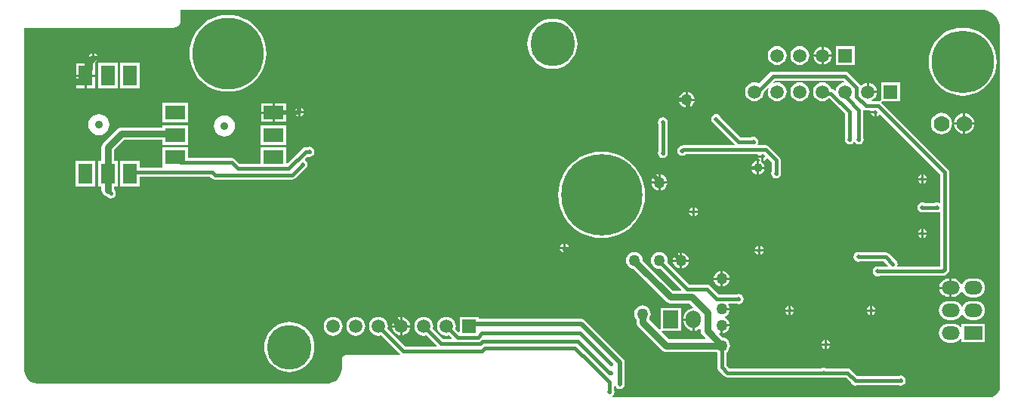
<source format=gbl>
G04*
G04 #@! TF.GenerationSoftware,Altium Limited,Altium Designer,21.0.9 (235)*
G04*
G04 Layer_Physical_Order=2*
G04 Layer_Color=16711680*
%FSLAX25Y25*%
%MOIN*%
G70*
G04*
G04 #@! TF.SameCoordinates,B8C923A0-899F-4986-8B49-ABE338B4BB89*
G04*
G04*
G04 #@! TF.FilePolarity,Positive*
G04*
G01*
G75*
%ADD55C,0.01968*%
%ADD56C,0.01575*%
%ADD58C,0.03150*%
%ADD62C,0.03445*%
%ADD63O,0.07874X0.05906*%
%ADD64R,0.07874X0.05906*%
%ADD65C,0.07000*%
%ADD66C,0.05906*%
%ADD67R,0.05906X0.05906*%
%ADD68O,0.06693X0.07874*%
%ADD69R,0.06693X0.07874*%
%ADD70C,0.01968*%
%ADD71C,0.05000*%
%ADD72C,0.03937*%
%ADD73C,0.35827*%
%ADD74C,0.31496*%
%ADD75C,0.19685*%
%ADD76C,0.27559*%
%ADD77R,0.06299X0.09055*%
%ADD78R,0.09055X0.06299*%
G36*
X599121Y414649D02*
X600680Y414176D01*
X602116Y413409D01*
X603375Y412375D01*
X604409Y411116D01*
X605176Y409680D01*
X605649Y408121D01*
X605801Y406577D01*
X605786Y406500D01*
Y400500D01*
X605786Y247735D01*
X605785Y247734D01*
X605785D01*
X605707Y247142D01*
X605234Y246000D01*
X604481Y245019D01*
X603500Y244266D01*
X602358Y243793D01*
X601132Y243632D01*
X600498Y243715D01*
X600498Y243715D01*
X600494Y243715D01*
X600020Y243714D01*
X434876D01*
X434725Y244214D01*
X435061Y244439D01*
X435540Y245155D01*
X435708Y246000D01*
X435540Y246845D01*
X435507Y246894D01*
Y248502D01*
X435720Y248574D01*
X436007Y248585D01*
X436439Y247939D01*
X437155Y247460D01*
X438000Y247292D01*
X438845Y247460D01*
X439561Y247939D01*
X440040Y248655D01*
X440208Y249500D01*
Y259000D01*
X440040Y259845D01*
X439561Y260561D01*
X422561Y277561D01*
X421845Y278040D01*
X421000Y278208D01*
X375634D01*
Y279134D01*
X367366D01*
Y272679D01*
X366866Y272472D01*
X365495Y273843D01*
X365527Y273921D01*
X365669Y275000D01*
X365527Y276079D01*
X365111Y277085D01*
X364448Y277948D01*
X363585Y278611D01*
X362579Y279027D01*
X361500Y279170D01*
X360421Y279027D01*
X359415Y278611D01*
X358552Y277948D01*
X357889Y277085D01*
X357473Y276079D01*
X357330Y275000D01*
X357473Y273921D01*
X357889Y272915D01*
X358552Y272052D01*
X359415Y271389D01*
X360421Y270973D01*
X361500Y270830D01*
X362579Y270973D01*
X362657Y271005D01*
X363870Y269792D01*
X363678Y269330D01*
X360009D01*
X355495Y273843D01*
X355527Y273921D01*
X355669Y275000D01*
X355527Y276079D01*
X355111Y277085D01*
X354448Y277948D01*
X353585Y278611D01*
X352579Y279027D01*
X351500Y279170D01*
X350421Y279027D01*
X349415Y278611D01*
X348552Y277948D01*
X347889Y277085D01*
X347473Y276079D01*
X347330Y275000D01*
X347473Y273921D01*
X347889Y272915D01*
X348552Y272052D01*
X349415Y271389D01*
X350421Y270973D01*
X351500Y270830D01*
X352579Y270973D01*
X352657Y271005D01*
X357193Y266469D01*
X357001Y266007D01*
X343331D01*
X335495Y273843D01*
X335527Y273921D01*
X335669Y275000D01*
X335527Y276079D01*
X335111Y277085D01*
X334448Y277948D01*
X333585Y278611D01*
X332579Y279027D01*
X331500Y279170D01*
X330421Y279027D01*
X329415Y278611D01*
X328552Y277948D01*
X327889Y277085D01*
X327473Y276079D01*
X327330Y275000D01*
X327473Y273921D01*
X327889Y272915D01*
X328552Y272052D01*
X329415Y271389D01*
X330421Y270973D01*
X331500Y270830D01*
X332579Y270973D01*
X332657Y271005D01*
X340948Y262714D01*
X340759Y262214D01*
X317000D01*
X316344Y262084D01*
X315788Y261712D01*
X315416Y261156D01*
X315286Y260500D01*
Y256500D01*
X315297Y256447D01*
X315171Y255173D01*
X314784Y253897D01*
X314155Y252721D01*
X313310Y251691D01*
X312279Y250845D01*
X311103Y250216D01*
X309827Y249829D01*
X308553Y249704D01*
X308500Y249714D01*
X181000D01*
X180901Y249694D01*
X179494Y249880D01*
X178091Y250461D01*
X176886Y251386D01*
X175961Y252591D01*
X175380Y253994D01*
X175194Y255401D01*
X175214Y255500D01*
Y259500D01*
Y401757D01*
Y406786D01*
X241000D01*
X241082Y406802D01*
X241830Y406901D01*
X242604Y407221D01*
X243269Y407731D01*
X243779Y408396D01*
X244099Y409170D01*
X244198Y409918D01*
X244214Y410000D01*
Y414786D01*
X594965Y414786D01*
X597500D01*
X597577Y414801D01*
X599121Y414649D01*
D02*
G37*
%LPC*%
G36*
X528000Y398421D02*
Y395000D01*
X531421D01*
X531351Y395532D01*
X530953Y396493D01*
X530319Y397319D01*
X529493Y397953D01*
X528532Y398351D01*
X528000Y398421D01*
D02*
G37*
G36*
X527000D02*
X526468Y398351D01*
X525507Y397953D01*
X524681Y397319D01*
X524047Y396493D01*
X523649Y395532D01*
X523579Y395000D01*
X527000D01*
Y398421D01*
D02*
G37*
G36*
X206000Y395424D02*
Y394000D01*
X207424D01*
X207369Y394274D01*
X206931Y394931D01*
X206274Y395369D01*
X206000Y395424D01*
D02*
G37*
G36*
X205000D02*
X204726Y395369D01*
X204069Y394931D01*
X203631Y394274D01*
X203576Y394000D01*
X205000D01*
Y395424D01*
D02*
G37*
G36*
X531421Y394000D02*
X528000D01*
Y390579D01*
X528532Y390649D01*
X529493Y391047D01*
X530319Y391681D01*
X530953Y392507D01*
X531351Y393468D01*
X531421Y394000D01*
D02*
G37*
G36*
X527000D02*
X523579D01*
X523649Y393468D01*
X524047Y392507D01*
X524681Y391681D01*
X525507Y391047D01*
X526468Y390649D01*
X527000Y390579D01*
Y394000D01*
D02*
G37*
G36*
X541634Y398634D02*
X533366D01*
Y390366D01*
X541634D01*
Y398634D01*
D02*
G37*
G36*
X517500Y398670D02*
X516421Y398527D01*
X515415Y398111D01*
X514552Y397448D01*
X513889Y396585D01*
X513473Y395579D01*
X513331Y394500D01*
X513473Y393421D01*
X513889Y392415D01*
X514552Y391552D01*
X515415Y390889D01*
X516421Y390473D01*
X517500Y390331D01*
X518579Y390473D01*
X519585Y390889D01*
X520448Y391552D01*
X521111Y392415D01*
X521527Y393421D01*
X521669Y394500D01*
X521527Y395579D01*
X521111Y396585D01*
X520448Y397448D01*
X519585Y398111D01*
X518579Y398527D01*
X517500Y398670D01*
D02*
G37*
G36*
X507500D02*
X506421Y398527D01*
X505415Y398111D01*
X504552Y397448D01*
X503889Y396585D01*
X503473Y395579D01*
X503331Y394500D01*
X503473Y393421D01*
X503889Y392415D01*
X504552Y391552D01*
X505415Y390889D01*
X506421Y390473D01*
X507500Y390331D01*
X508579Y390473D01*
X509585Y390889D01*
X510448Y391552D01*
X511111Y392415D01*
X511527Y393421D01*
X511669Y394500D01*
X511527Y395579D01*
X511111Y396585D01*
X510448Y397448D01*
X509585Y398111D01*
X508579Y398527D01*
X507500Y398670D01*
D02*
G37*
G36*
X408284Y410747D02*
X406554Y410610D01*
X404866Y410206D01*
X403263Y409542D01*
X401784Y408635D01*
X400464Y407508D01*
X399338Y406188D01*
X398431Y404709D01*
X397767Y403106D01*
X397362Y401419D01*
X397226Y399689D01*
X397362Y397959D01*
X397767Y396272D01*
X398431Y394669D01*
X399338Y393189D01*
X400464Y391870D01*
X401784Y390743D01*
X403263Y389837D01*
X404866Y389173D01*
X406554Y388767D01*
X408284Y388631D01*
X410013Y388767D01*
X411700Y389173D01*
X413304Y389837D01*
X414783Y390743D01*
X416102Y391870D01*
X417229Y393189D01*
X418136Y394669D01*
X418800Y396272D01*
X419205Y397959D01*
X419341Y399689D01*
X419205Y401419D01*
X418800Y403106D01*
X418136Y404709D01*
X417229Y406188D01*
X416102Y407508D01*
X414783Y408635D01*
X413304Y409542D01*
X411700Y410206D01*
X410013Y410610D01*
X408284Y410747D01*
D02*
G37*
G36*
X207424Y393000D02*
X203576D01*
X203631Y392726D01*
X204069Y392069D01*
X204651Y391681D01*
X204630Y391360D01*
X204568Y391181D01*
X202658D01*
Y386154D01*
X206307D01*
Y391128D01*
X206307Y391181D01*
X206333Y391670D01*
X206931Y392069D01*
X207369Y392726D01*
X207424Y393000D01*
D02*
G37*
G36*
X201658Y391181D02*
X198008D01*
Y386154D01*
X201658D01*
Y391181D01*
D02*
G37*
G36*
X206307Y385154D02*
X202658D01*
Y380126D01*
X206307D01*
Y385154D01*
D02*
G37*
G36*
X201658D02*
X198008D01*
Y380126D01*
X201658D01*
Y385154D01*
D02*
G37*
G36*
X226173Y391362D02*
X217512D01*
Y379945D01*
X226173D01*
Y391362D01*
D02*
G37*
G36*
X216331D02*
X207669D01*
Y379945D01*
X216331D01*
Y391362D01*
D02*
G37*
G36*
X548000Y382421D02*
Y379000D01*
X551421D01*
X551351Y379532D01*
X550953Y380493D01*
X550319Y381319D01*
X549493Y381953D01*
X548532Y382351D01*
X548000Y382421D01*
D02*
G37*
G36*
X537460Y387507D02*
X505672D01*
X504904Y387354D01*
X504253Y386919D01*
X499485Y382152D01*
X498579Y382527D01*
X497500Y382669D01*
X496421Y382527D01*
X495415Y382111D01*
X494552Y381448D01*
X493889Y380585D01*
X493472Y379579D01*
X493330Y378500D01*
X493472Y377421D01*
X493889Y376415D01*
X494552Y375552D01*
X495415Y374889D01*
X496421Y374473D01*
X497500Y374330D01*
X498579Y374473D01*
X499585Y374889D01*
X500448Y375552D01*
X501111Y376415D01*
X501528Y377421D01*
X501670Y378500D01*
X501651Y378641D01*
X503173Y380163D01*
X503597Y379880D01*
X503473Y379579D01*
X503331Y378500D01*
X503473Y377421D01*
X503889Y376415D01*
X504552Y375552D01*
X505415Y374889D01*
X506421Y374473D01*
X507500Y374330D01*
X508579Y374473D01*
X509585Y374889D01*
X510448Y375552D01*
X511111Y376415D01*
X511527Y377421D01*
X511669Y378500D01*
X511527Y379579D01*
X511111Y380585D01*
X510448Y381448D01*
X509585Y382111D01*
X508579Y382527D01*
X507500Y382669D01*
X506421Y382527D01*
X506120Y382403D01*
X505837Y382827D01*
X506503Y383493D01*
X536628D01*
X537058Y383064D01*
X536897Y382590D01*
X536421Y382527D01*
X535415Y382111D01*
X534552Y381448D01*
X533889Y380585D01*
X533472Y379579D01*
X533410Y379103D01*
X532936Y378942D01*
X532623Y379256D01*
X531972Y379691D01*
X531437Y379797D01*
X531111Y380585D01*
X530448Y381448D01*
X529585Y382111D01*
X528579Y382527D01*
X527500Y382669D01*
X526421Y382527D01*
X525415Y382111D01*
X524552Y381448D01*
X523889Y380585D01*
X523472Y379579D01*
X523330Y378500D01*
X523472Y377421D01*
X523889Y376415D01*
X524552Y375552D01*
X525415Y374889D01*
X526421Y374473D01*
X527500Y374330D01*
X528579Y374473D01*
X529585Y374889D01*
X530448Y375552D01*
X530638Y375564D01*
X537493Y368709D01*
Y358394D01*
X537460Y358345D01*
X537292Y357500D01*
X537460Y356655D01*
X537939Y355939D01*
X538655Y355460D01*
X539500Y355292D01*
X540345Y355460D01*
X541061Y355939D01*
X541250Y356222D01*
X541750D01*
X541939Y355939D01*
X542655Y355460D01*
X543500Y355292D01*
X544345Y355460D01*
X545061Y355939D01*
X545540Y356655D01*
X545708Y357500D01*
X545540Y358345D01*
X545507Y358394D01*
Y370198D01*
X545601Y370302D01*
X545989Y370545D01*
X546612Y370421D01*
X548539D01*
X548874Y369975D01*
X550849D01*
Y369475D01*
X551349D01*
Y367551D01*
X551623Y367606D01*
X552280Y368044D01*
X552532Y368422D01*
X553151Y368510D01*
X579493Y342169D01*
Y329637D01*
X579052Y329401D01*
X578845Y329540D01*
X578000Y329708D01*
X577155Y329540D01*
X577106Y329507D01*
X572441D01*
X572392Y329540D01*
X571547Y329708D01*
X570702Y329540D01*
X569986Y329061D01*
X569508Y328345D01*
X569340Y327500D01*
X569508Y326655D01*
X569986Y325939D01*
X570702Y325460D01*
X571547Y325292D01*
X572392Y325460D01*
X572441Y325493D01*
X577106D01*
X577155Y325460D01*
X578000Y325292D01*
X578845Y325460D01*
X579052Y325599D01*
X579493Y325363D01*
Y301206D01*
X560770D01*
X560577Y301566D01*
X560550Y301706D01*
X560708Y302500D01*
X560540Y303345D01*
X560061Y304061D01*
X559345Y304540D01*
X559287Y304551D01*
X556793Y307045D01*
X556142Y307480D01*
X555374Y307633D01*
X544268D01*
X544219Y307666D01*
X543374Y307834D01*
X542529Y307666D01*
X541813Y307187D01*
X541334Y306471D01*
X541166Y305626D01*
X541334Y304781D01*
X541813Y304065D01*
X542529Y303586D01*
X543374Y303418D01*
X544219Y303586D01*
X544268Y303619D01*
X554543D01*
X556449Y301713D01*
X556450Y301706D01*
X556423Y301566D01*
X556230Y301206D01*
X552695D01*
X552646Y301238D01*
X551801Y301407D01*
X550956Y301238D01*
X550240Y300760D01*
X549762Y300044D01*
X549593Y299199D01*
X549762Y298354D01*
X550240Y297638D01*
X550956Y297159D01*
X551801Y296991D01*
X552646Y297159D01*
X552695Y297192D01*
X580578D01*
X581346Y297344D01*
X581997Y297779D01*
X582919Y298702D01*
X583354Y299353D01*
X583507Y300121D01*
Y343000D01*
X583354Y343768D01*
X582919Y344419D01*
X553491Y373847D01*
X553463Y373866D01*
X553615Y374366D01*
X553797Y374366D01*
X561634D01*
Y382634D01*
X553366D01*
Y374792D01*
X553366Y374532D01*
X552924Y374226D01*
X552840Y374282D01*
X552072Y374435D01*
X549322D01*
X549222Y374935D01*
X549493Y375047D01*
X550319Y375681D01*
X550953Y376507D01*
X551351Y377468D01*
X551421Y378000D01*
X547500D01*
Y378500D01*
X547000D01*
Y382421D01*
X546468Y382351D01*
X545507Y381953D01*
X544839Y381441D01*
X544329Y381454D01*
X544194Y381506D01*
X543998Y381800D01*
X538879Y386919D01*
X538228Y387354D01*
X537460Y387507D01*
D02*
G37*
G36*
X265000Y412465D02*
X262786Y412320D01*
X260609Y411887D01*
X258508Y411174D01*
X256517Y410192D01*
X254672Y408960D01*
X253004Y407496D01*
X251540Y405828D01*
X250307Y403983D01*
X249326Y401992D01*
X248613Y399891D01*
X248180Y397714D01*
X248035Y395500D01*
X248180Y393286D01*
X248613Y391109D01*
X249326Y389008D01*
X250307Y387017D01*
X251540Y385172D01*
X253004Y383504D01*
X254672Y382040D01*
X256517Y380807D01*
X258508Y379826D01*
X260609Y379113D01*
X262786Y378680D01*
X265000Y378535D01*
X267214Y378680D01*
X269391Y379113D01*
X271492Y379826D01*
X273483Y380807D01*
X275328Y382040D01*
X276996Y383504D01*
X278460Y385172D01*
X279693Y387017D01*
X280674Y389008D01*
X281387Y391109D01*
X281820Y393286D01*
X281965Y395500D01*
X281820Y397714D01*
X281387Y399891D01*
X280674Y401992D01*
X279693Y403983D01*
X278460Y405828D01*
X276996Y407496D01*
X275328Y408960D01*
X273483Y410192D01*
X271492Y411174D01*
X269391Y411887D01*
X267214Y412320D01*
X265000Y412465D01*
D02*
G37*
G36*
X589386Y406822D02*
X587038Y406637D01*
X584748Y406087D01*
X582573Y405186D01*
X580565Y403956D01*
X578774Y402426D01*
X577245Y400636D01*
X576015Y398628D01*
X575113Y396452D01*
X574564Y394163D01*
X574379Y391815D01*
X574564Y389467D01*
X575113Y387178D01*
X576015Y385002D01*
X577245Y382994D01*
X578774Y381204D01*
X580565Y379674D01*
X582573Y378444D01*
X584748Y377543D01*
X587038Y376993D01*
X589386Y376808D01*
X591733Y376993D01*
X594023Y377543D01*
X596199Y378444D01*
X598207Y379674D01*
X599997Y381204D01*
X601527Y382994D01*
X602757Y385002D01*
X603658Y387178D01*
X604208Y389467D01*
X604393Y391815D01*
X604208Y394163D01*
X603658Y396452D01*
X602757Y398628D01*
X601527Y400636D01*
X599997Y402426D01*
X598207Y403956D01*
X596199Y405186D01*
X594023Y406087D01*
X591733Y406637D01*
X589386Y406822D01*
D02*
G37*
G36*
X468000Y378464D02*
Y375500D01*
X470964D01*
X470910Y375914D01*
X470557Y376765D01*
X469996Y377496D01*
X469265Y378057D01*
X468414Y378410D01*
X468000Y378464D01*
D02*
G37*
G36*
X467000D02*
X466586Y378410D01*
X465735Y378057D01*
X465004Y377496D01*
X464443Y376765D01*
X464090Y375914D01*
X464036Y375500D01*
X467000D01*
Y378464D01*
D02*
G37*
G36*
X517500Y382669D02*
X516421Y382527D01*
X515415Y382111D01*
X514552Y381448D01*
X513889Y380585D01*
X513473Y379579D01*
X513331Y378500D01*
X513473Y377421D01*
X513889Y376415D01*
X514552Y375552D01*
X515415Y374889D01*
X516421Y374473D01*
X517500Y374330D01*
X518579Y374473D01*
X519585Y374889D01*
X520448Y375552D01*
X521111Y376415D01*
X521527Y377421D01*
X521669Y378500D01*
X521527Y379579D01*
X521111Y380585D01*
X520448Y381448D01*
X519585Y382111D01*
X518579Y382527D01*
X517500Y382669D01*
D02*
G37*
G36*
X470964Y374500D02*
X468000D01*
Y371536D01*
X468414Y371590D01*
X469265Y371943D01*
X469996Y372504D01*
X470557Y373235D01*
X470910Y374086D01*
X470964Y374500D01*
D02*
G37*
G36*
X467000D02*
X464036D01*
X464090Y374086D01*
X464443Y373235D01*
X465004Y372504D01*
X465735Y371943D01*
X466586Y371590D01*
X467000Y371536D01*
Y374500D01*
D02*
G37*
G36*
X297000Y371424D02*
Y370000D01*
X298424D01*
X298369Y370274D01*
X297931Y370931D01*
X297274Y371369D01*
X297000Y371424D01*
D02*
G37*
G36*
X296000D02*
X295726Y371369D01*
X295069Y370931D01*
X294631Y370274D01*
X294576Y370000D01*
X296000D01*
Y371424D01*
D02*
G37*
G36*
X290681Y373492D02*
X285653D01*
Y369843D01*
X290681D01*
Y373492D01*
D02*
G37*
G36*
X284653D02*
X279626D01*
Y369843D01*
X284653D01*
Y373492D01*
D02*
G37*
G36*
X298424Y369000D02*
X297000D01*
Y367576D01*
X297274Y367631D01*
X297931Y368069D01*
X298369Y368726D01*
X298424Y369000D01*
D02*
G37*
G36*
X296000D02*
X294576D01*
X294631Y368726D01*
X295069Y368069D01*
X295726Y367631D01*
X296000Y367576D01*
Y369000D01*
D02*
G37*
G36*
X550349Y368975D02*
X548925D01*
X548980Y368701D01*
X549418Y368044D01*
X550075Y367606D01*
X550349Y367551D01*
Y368975D01*
D02*
G37*
G36*
X290681Y368843D02*
X285653D01*
Y365193D01*
X290681D01*
Y368843D01*
D02*
G37*
G36*
X284653D02*
X279626D01*
Y365193D01*
X284653D01*
Y368843D01*
D02*
G37*
G36*
X247555Y373673D02*
X236138D01*
Y365012D01*
X247555D01*
Y373673D01*
D02*
G37*
G36*
X590500Y368973D02*
Y365000D01*
X594473D01*
X594384Y365675D01*
X593931Y366769D01*
X593209Y367709D01*
X592269Y368431D01*
X591175Y368884D01*
X590500Y368973D01*
D02*
G37*
G36*
X589500D02*
X588825Y368884D01*
X587731Y368431D01*
X586791Y367709D01*
X586069Y366769D01*
X585616Y365675D01*
X585527Y365000D01*
X589500D01*
Y368973D01*
D02*
G37*
G36*
X594473Y364000D02*
X590500D01*
Y360027D01*
X591175Y360116D01*
X592269Y360569D01*
X593209Y361291D01*
X593931Y362231D01*
X594384Y363325D01*
X594473Y364000D01*
D02*
G37*
G36*
X589500D02*
X585527D01*
X585616Y363325D01*
X586069Y362231D01*
X586791Y361291D01*
X587731Y360569D01*
X588825Y360116D01*
X589500Y360027D01*
Y364000D01*
D02*
G37*
G36*
X580000Y369221D02*
X578778Y369061D01*
X577639Y368589D01*
X576661Y367839D01*
X575911Y366861D01*
X575439Y365722D01*
X575279Y364500D01*
X575439Y363278D01*
X575911Y362139D01*
X576661Y361161D01*
X577639Y360411D01*
X578778Y359939D01*
X580000Y359778D01*
X581222Y359939D01*
X582361Y360411D01*
X583339Y361161D01*
X584089Y362139D01*
X584561Y363278D01*
X584722Y364500D01*
X584561Y365722D01*
X584089Y366861D01*
X583339Y367839D01*
X582361Y368589D01*
X581222Y369061D01*
X580000Y369221D01*
D02*
G37*
G36*
X208063Y368666D02*
X206855Y368507D01*
X205730Y368041D01*
X204764Y367299D01*
X204022Y366333D01*
X203556Y365208D01*
X203397Y364000D01*
X203556Y362792D01*
X204022Y361667D01*
X204764Y360701D01*
X205730Y359959D01*
X206855Y359493D01*
X208063Y359334D01*
X209271Y359493D01*
X210396Y359959D01*
X211362Y360701D01*
X212104Y361667D01*
X212570Y362792D01*
X212729Y364000D01*
X212570Y365208D01*
X212104Y366333D01*
X211362Y367299D01*
X210396Y368041D01*
X209271Y368507D01*
X208063Y368666D01*
D02*
G37*
G36*
X263500Y368103D02*
X262292Y367944D01*
X261167Y367478D01*
X260201Y366736D01*
X259459Y365770D01*
X258993Y364645D01*
X258834Y363437D01*
X258993Y362229D01*
X259459Y361104D01*
X260201Y360138D01*
X261167Y359396D01*
X262292Y358930D01*
X263500Y358771D01*
X264708Y358930D01*
X265833Y359396D01*
X266799Y360138D01*
X267541Y361104D01*
X268007Y362229D01*
X268166Y363437D01*
X268007Y364645D01*
X267541Y365770D01*
X266799Y366736D01*
X265833Y367478D01*
X264708Y367944D01*
X263500Y368103D01*
D02*
G37*
G36*
X290862Y363831D02*
X279445D01*
Y355169D01*
X290862D01*
Y363831D01*
D02*
G37*
G36*
X247555D02*
X236138D01*
Y362780D01*
X218000D01*
X217281Y362685D01*
X216610Y362407D01*
X216035Y361965D01*
X210034Y355965D01*
X209593Y355390D01*
X209315Y354719D01*
X209220Y354000D01*
Y348055D01*
X207669D01*
Y336638D01*
X209220D01*
Y335000D01*
X209315Y334281D01*
X209593Y333610D01*
X210034Y333034D01*
X210610Y332593D01*
X211281Y332315D01*
X211681Y332262D01*
X211814Y332064D01*
X212530Y331585D01*
X213375Y331417D01*
X214220Y331585D01*
X214936Y332064D01*
X215415Y332780D01*
X215583Y333625D01*
X215415Y334470D01*
X214936Y335186D01*
X214780Y335291D01*
Y336638D01*
X216331D01*
Y348055D01*
X214780D01*
Y352849D01*
X219151Y357220D01*
X236138D01*
Y355169D01*
X247555D01*
Y363831D01*
D02*
G37*
G36*
X457000Y367208D02*
X456155Y367040D01*
X455439Y366561D01*
X454960Y365845D01*
X454792Y365000D01*
X454960Y364155D01*
X454993Y364106D01*
Y352394D01*
X454960Y352345D01*
X454792Y351500D01*
X454960Y350655D01*
X455439Y349939D01*
X456155Y349460D01*
X457000Y349292D01*
X457845Y349460D01*
X458561Y349939D01*
X459040Y350655D01*
X459208Y351500D01*
X459040Y352345D01*
X459007Y352394D01*
Y364106D01*
X459040Y364155D01*
X459208Y365000D01*
X459040Y365845D01*
X458561Y366561D01*
X457845Y367040D01*
X457000Y367208D01*
D02*
G37*
G36*
X500547Y349500D02*
X499124D01*
X499178Y349226D01*
X499617Y348569D01*
X499939Y348354D01*
X499775Y347892D01*
X499500Y347928D01*
Y345500D01*
X501928D01*
X501892Y345775D01*
X501593Y346497D01*
X501117Y347117D01*
X500497Y347593D01*
X500547Y347707D01*
Y349500D01*
D02*
G37*
G36*
X301000Y354208D02*
X300155Y354040D01*
X300106Y354007D01*
X299324D01*
X298556Y353854D01*
X297905Y353419D01*
X291362Y346876D01*
X290862Y347083D01*
Y353988D01*
X279445D01*
Y346546D01*
X270251D01*
X268083Y348714D01*
X267432Y349150D01*
X266664Y349302D01*
X247555D01*
Y353988D01*
X236138D01*
Y345327D01*
X235770Y345007D01*
X226173D01*
Y348055D01*
X217512D01*
Y336638D01*
X226173D01*
Y340993D01*
X257228D01*
X257856Y340364D01*
X258507Y339929D01*
X259276Y339776D01*
X293284D01*
X294052Y339929D01*
X294703Y340364D01*
X298787Y344449D01*
X298845Y344460D01*
X299561Y344939D01*
X300040Y345655D01*
X300208Y346500D01*
X300040Y347345D01*
X299561Y348061D01*
X299183Y348314D01*
X299119Y348956D01*
X300136Y349973D01*
X300155Y349960D01*
X301000Y349792D01*
X301845Y349960D01*
X302561Y350439D01*
X303040Y351155D01*
X303208Y352000D01*
X303040Y352845D01*
X302561Y353561D01*
X301845Y354040D01*
X301000Y354208D01*
D02*
G37*
G36*
X498500Y347928D02*
X498225Y347892D01*
X497503Y347593D01*
X496883Y347117D01*
X496407Y346497D01*
X496108Y345775D01*
X496072Y345500D01*
X498500D01*
Y347928D01*
D02*
G37*
G36*
X501928Y344500D02*
X499500D01*
Y342072D01*
X499775Y342108D01*
X500497Y342407D01*
X501117Y342883D01*
X501593Y343503D01*
X501892Y344225D01*
X501928Y344500D01*
D02*
G37*
G36*
X498500D02*
X496072D01*
X496108Y344225D01*
X496407Y343503D01*
X496883Y342883D01*
X497503Y342407D01*
X498225Y342108D01*
X498500Y342072D01*
Y344500D01*
D02*
G37*
G36*
X572000Y341924D02*
Y340500D01*
X573424D01*
X573369Y340774D01*
X572931Y341431D01*
X572274Y341869D01*
X572000Y341924D01*
D02*
G37*
G36*
X571000D02*
X570726Y341869D01*
X570069Y341431D01*
X569631Y340774D01*
X569576Y340500D01*
X571000D01*
Y341924D01*
D02*
G37*
G36*
X480500Y368708D02*
X479655Y368540D01*
X478939Y368061D01*
X478460Y367345D01*
X478292Y366500D01*
X478460Y365655D01*
X478939Y364939D01*
X479655Y364460D01*
X479713Y364449D01*
X488702Y355460D01*
X488495Y354960D01*
X465953D01*
X465185Y354807D01*
X464840Y354576D01*
X464655Y354540D01*
X463939Y354061D01*
X463460Y353345D01*
X463292Y352500D01*
X463460Y351655D01*
X463939Y350939D01*
X464655Y350460D01*
X465500Y350292D01*
X466345Y350460D01*
X467061Y350939D01*
X467066Y350946D01*
X498737D01*
X499072Y350500D01*
X501047D01*
Y350000D01*
X501547D01*
Y348076D01*
X501822Y348131D01*
X502478Y348569D01*
X502730Y348947D01*
X503349Y349035D01*
X504993Y347392D01*
Y343394D01*
X504960Y343345D01*
X504792Y342500D01*
X504960Y341655D01*
X505439Y340939D01*
X506155Y340460D01*
X507000Y340292D01*
X507845Y340460D01*
X508561Y340939D01*
X509040Y341655D01*
X509208Y342500D01*
X509040Y343345D01*
X509007Y343394D01*
Y348223D01*
X508854Y348991D01*
X508419Y349642D01*
X503689Y354372D01*
X503038Y354807D01*
X502270Y354960D01*
X499106D01*
X498870Y355401D01*
X499040Y355655D01*
X499208Y356500D01*
X499040Y357345D01*
X498561Y358061D01*
X497845Y358540D01*
X497000Y358708D01*
X496155Y358540D01*
X496106Y358507D01*
X491331D01*
X482551Y367287D01*
X482540Y367345D01*
X482061Y368061D01*
X481345Y368540D01*
X480500Y368708D01*
D02*
G37*
G36*
X456000Y341964D02*
Y339000D01*
X458964D01*
X458910Y339414D01*
X458557Y340265D01*
X457996Y340996D01*
X457265Y341557D01*
X456414Y341910D01*
X456000Y341964D01*
D02*
G37*
G36*
X455000D02*
X454586Y341910D01*
X453735Y341557D01*
X453004Y340996D01*
X452443Y340265D01*
X452090Y339414D01*
X452036Y339000D01*
X455000D01*
Y341964D01*
D02*
G37*
G36*
X573424Y339500D02*
X572000D01*
Y338076D01*
X572274Y338131D01*
X572931Y338569D01*
X573369Y339226D01*
X573424Y339500D01*
D02*
G37*
G36*
X571000D02*
X569576D01*
X569631Y339226D01*
X570069Y338569D01*
X570726Y338131D01*
X571000Y338076D01*
Y339500D01*
D02*
G37*
G36*
X206488Y348055D02*
X197827D01*
Y336638D01*
X206488D01*
Y348055D01*
D02*
G37*
G36*
X458964Y338000D02*
X456000D01*
Y335036D01*
X456414Y335090D01*
X457265Y335443D01*
X457996Y336004D01*
X458557Y336735D01*
X458910Y337586D01*
X458964Y338000D01*
D02*
G37*
G36*
X455000D02*
X452036D01*
X452090Y337586D01*
X452443Y336735D01*
X453004Y336004D01*
X453735Y335443D01*
X454586Y335090D01*
X455000Y335036D01*
Y338000D01*
D02*
G37*
G36*
X471000Y327424D02*
Y326000D01*
X472424D01*
X472369Y326274D01*
X471931Y326931D01*
X471274Y327369D01*
X471000Y327424D01*
D02*
G37*
G36*
X470000D02*
X469726Y327369D01*
X469069Y326931D01*
X468631Y326274D01*
X468576Y326000D01*
X470000D01*
Y327424D01*
D02*
G37*
G36*
X472424Y325000D02*
X471000D01*
Y323576D01*
X471274Y323631D01*
X471931Y324069D01*
X472369Y324726D01*
X472424Y325000D01*
D02*
G37*
G36*
X470000D02*
X468576D01*
X468631Y324726D01*
X469069Y324069D01*
X469726Y323631D01*
X470000Y323576D01*
Y325000D01*
D02*
G37*
G36*
X572000Y317924D02*
Y316500D01*
X573424D01*
X573369Y316774D01*
X572931Y317431D01*
X572274Y317869D01*
X572000Y317924D01*
D02*
G37*
G36*
X571000D02*
X570726Y317869D01*
X570069Y317431D01*
X569631Y316774D01*
X569576Y316500D01*
X571000D01*
Y317924D01*
D02*
G37*
G36*
X573424Y315500D02*
X572000D01*
Y314076D01*
X572274Y314131D01*
X572931Y314569D01*
X573369Y315226D01*
X573424Y315500D01*
D02*
G37*
G36*
X571000D02*
X569576D01*
X569631Y315226D01*
X570069Y314569D01*
X570726Y314131D01*
X571000Y314076D01*
Y315500D01*
D02*
G37*
G36*
X430000Y352135D02*
X427502Y351972D01*
X425047Y351483D01*
X422677Y350679D01*
X420432Y349572D01*
X418351Y348181D01*
X416469Y346531D01*
X414819Y344649D01*
X413428Y342568D01*
X412321Y340323D01*
X411517Y337953D01*
X411028Y335498D01*
X410864Y333000D01*
X411028Y330502D01*
X411517Y328047D01*
X412321Y325677D01*
X413428Y323432D01*
X414819Y321351D01*
X416469Y319469D01*
X418351Y317819D01*
X420432Y316428D01*
X422677Y315321D01*
X425047Y314517D01*
X427502Y314028D01*
X430000Y313865D01*
X432498Y314028D01*
X434953Y314517D01*
X437323Y315321D01*
X439568Y316428D01*
X441649Y317819D01*
X443531Y319469D01*
X445181Y321351D01*
X446572Y323432D01*
X447679Y325677D01*
X448483Y328047D01*
X448972Y330502D01*
X449135Y333000D01*
X448972Y335498D01*
X448483Y337953D01*
X447679Y340323D01*
X446572Y342568D01*
X445181Y344649D01*
X443531Y346531D01*
X441649Y348181D01*
X439568Y349572D01*
X437323Y350679D01*
X434953Y351483D01*
X432498Y351972D01*
X430000Y352135D01*
D02*
G37*
G36*
X414000Y311424D02*
Y310000D01*
X415424D01*
X415369Y310274D01*
X414931Y310931D01*
X414274Y311369D01*
X414000Y311424D01*
D02*
G37*
G36*
X413000D02*
X412726Y311369D01*
X412069Y310931D01*
X411631Y310274D01*
X411576Y310000D01*
X413000D01*
Y311424D01*
D02*
G37*
G36*
X500000Y310424D02*
Y309000D01*
X501424D01*
X501369Y309274D01*
X500931Y309931D01*
X500274Y310369D01*
X500000Y310424D01*
D02*
G37*
G36*
X499000D02*
X498726Y310369D01*
X498069Y309931D01*
X497631Y309274D01*
X497576Y309000D01*
X499000D01*
Y310424D01*
D02*
G37*
G36*
X415424Y309000D02*
X414000D01*
Y307576D01*
X414274Y307631D01*
X414931Y308069D01*
X415369Y308726D01*
X415424Y309000D01*
D02*
G37*
G36*
X413000D02*
X411576D01*
X411631Y308726D01*
X412069Y308069D01*
X412726Y307631D01*
X413000Y307576D01*
Y309000D01*
D02*
G37*
G36*
X501424Y308000D02*
X500000D01*
Y306576D01*
X500274Y306631D01*
X500931Y307069D01*
X501369Y307726D01*
X501424Y308000D01*
D02*
G37*
G36*
X499000D02*
X497576D01*
X497631Y307726D01*
X498069Y307069D01*
X498726Y306631D01*
X499000Y306576D01*
Y308000D01*
D02*
G37*
G36*
X465500Y307464D02*
Y304500D01*
X468464D01*
X468410Y304914D01*
X468057Y305765D01*
X467496Y306496D01*
X466765Y307057D01*
X465914Y307410D01*
X465500Y307464D01*
D02*
G37*
G36*
X464500D02*
X464086Y307410D01*
X463235Y307057D01*
X462504Y306496D01*
X461943Y305765D01*
X461590Y304914D01*
X461536Y304500D01*
X464500D01*
Y307464D01*
D02*
G37*
G36*
X468464Y303500D02*
X465500D01*
Y300536D01*
X465914Y300590D01*
X466765Y300943D01*
X467496Y301504D01*
X468057Y302235D01*
X468410Y303086D01*
X468464Y303500D01*
D02*
G37*
G36*
X464500D02*
X461536D01*
X461590Y303086D01*
X461943Y302235D01*
X462504Y301504D01*
X463235Y300943D01*
X464086Y300590D01*
X464500Y300536D01*
Y303500D01*
D02*
G37*
G36*
X483500Y299464D02*
Y296500D01*
X486464D01*
X486410Y296914D01*
X486057Y297765D01*
X485496Y298496D01*
X484765Y299057D01*
X483914Y299410D01*
X483500Y299464D01*
D02*
G37*
G36*
X482500D02*
X482086Y299410D01*
X481235Y299057D01*
X480504Y298496D01*
X479943Y297765D01*
X479590Y296914D01*
X479536Y296500D01*
X482500D01*
Y299464D01*
D02*
G37*
G36*
X594984Y296169D02*
X593016D01*
X591937Y296027D01*
X590931Y295611D01*
X590067Y294948D01*
X589405Y294085D01*
X589173Y293524D01*
X588631D01*
X588437Y293993D01*
X587803Y294819D01*
X586978Y295453D01*
X586016Y295851D01*
X584984Y295987D01*
X584500D01*
Y292000D01*
Y288013D01*
X584984D01*
X586016Y288149D01*
X586978Y288547D01*
X587803Y289181D01*
X588437Y290007D01*
X588631Y290476D01*
X589173D01*
X589405Y289915D01*
X590067Y289052D01*
X590931Y288389D01*
X591937Y287973D01*
X593016Y287830D01*
X594984D01*
X596063Y287973D01*
X597069Y288389D01*
X597933Y289052D01*
X598595Y289915D01*
X599012Y290921D01*
X599154Y292000D01*
X599012Y293079D01*
X598595Y294085D01*
X597933Y294948D01*
X597069Y295611D01*
X596063Y296027D01*
X594984Y296169D01*
D02*
G37*
G36*
X486464Y295500D02*
X483500D01*
Y292536D01*
X483914Y292590D01*
X484765Y292943D01*
X485496Y293504D01*
X486057Y294235D01*
X486410Y295086D01*
X486464Y295500D01*
D02*
G37*
G36*
X482500D02*
X479536D01*
X479590Y295086D01*
X479943Y294235D01*
X480504Y293504D01*
X481235Y292943D01*
X482086Y292590D01*
X482500Y292536D01*
Y295500D01*
D02*
G37*
G36*
X583500Y295987D02*
X583016D01*
X581984Y295851D01*
X581022Y295453D01*
X580197Y294819D01*
X579563Y293993D01*
X579165Y293032D01*
X579095Y292500D01*
X583500D01*
Y295987D01*
D02*
G37*
G36*
X455500Y307713D02*
X454539Y307586D01*
X453644Y307215D01*
X452875Y306625D01*
X452285Y305856D01*
X451914Y304961D01*
X451787Y304000D01*
X451914Y303039D01*
X452285Y302144D01*
X452875Y301375D01*
X453644Y300785D01*
X454539Y300414D01*
X455500Y300287D01*
X456068Y300362D01*
X465232Y291198D01*
X465040Y290736D01*
X461444D01*
X448209Y303972D01*
X448213Y304000D01*
X448086Y304961D01*
X447715Y305856D01*
X447125Y306625D01*
X446356Y307215D01*
X445461Y307586D01*
X444500Y307713D01*
X443539Y307586D01*
X442644Y307215D01*
X441875Y306625D01*
X441285Y305856D01*
X440914Y304961D01*
X440787Y304000D01*
X440914Y303039D01*
X441285Y302144D01*
X441875Y301375D01*
X442644Y300785D01*
X443539Y300414D01*
X443961Y300358D01*
X458327Y285991D01*
X458903Y285549D01*
X459574Y285272D01*
X460293Y285177D01*
X468612D01*
X470333Y283457D01*
X470154Y282929D01*
X469365Y282825D01*
X468308Y282387D01*
X467400Y281691D01*
X466703Y280783D01*
X466265Y279725D01*
X466116Y278591D01*
Y278500D01*
X470500D01*
Y278000D01*
X471000D01*
Y273091D01*
X471635Y273175D01*
X472692Y273613D01*
X473323Y274097D01*
X473823Y273850D01*
Y272898D01*
X473917Y272178D01*
X474195Y271508D01*
X474637Y270932D01*
X475827Y269742D01*
X475636Y269280D01*
X459651D01*
X456511Y272420D01*
X456703Y272882D01*
X465028D01*
Y283118D01*
X455972D01*
Y273612D01*
X455511Y273421D01*
X450988Y277943D01*
Y278348D01*
X451215Y278644D01*
X451586Y279539D01*
X451713Y280500D01*
X451586Y281461D01*
X451215Y282356D01*
X450625Y283125D01*
X449856Y283715D01*
X448961Y284086D01*
X448000Y284213D01*
X447039Y284086D01*
X446144Y283715D01*
X445375Y283125D01*
X444785Y282356D01*
X444414Y281461D01*
X444287Y280500D01*
X444414Y279539D01*
X444785Y278644D01*
X445375Y277875D01*
X445429Y277833D01*
Y276791D01*
X445524Y276072D01*
X445802Y275401D01*
X446243Y274826D01*
X456534Y264534D01*
X457110Y264093D01*
X457781Y263815D01*
X458500Y263720D01*
X480576D01*
X480993Y263400D01*
Y257000D01*
X481146Y256232D01*
X481581Y255581D01*
X484081Y253081D01*
X484732Y252646D01*
X485500Y252493D01*
X527106D01*
X527155Y252460D01*
X528000Y252292D01*
X528845Y252460D01*
X528894Y252493D01*
X537669D01*
X539949Y250213D01*
X539960Y250155D01*
X540439Y249439D01*
X541155Y248960D01*
X542000Y248792D01*
X542845Y248960D01*
X542894Y248993D01*
X561106D01*
X561155Y248960D01*
X562000Y248792D01*
X562845Y248960D01*
X563561Y249439D01*
X564040Y250155D01*
X564208Y251000D01*
X564040Y251845D01*
X563561Y252561D01*
X562845Y253040D01*
X562000Y253208D01*
X561155Y253040D01*
X561106Y253007D01*
X542894D01*
X542845Y253040D01*
X542787Y253051D01*
X539919Y255919D01*
X539268Y256354D01*
X538500Y256507D01*
X528894D01*
X528845Y256540D01*
X528000Y256708D01*
X527155Y256540D01*
X527106Y256507D01*
X486331D01*
X485007Y257831D01*
Y263400D01*
X485625Y263875D01*
X486215Y264644D01*
X486586Y265539D01*
X486713Y266500D01*
X486586Y267461D01*
X486215Y268356D01*
X485625Y269125D01*
X484856Y269715D01*
X483961Y270086D01*
X483251Y270180D01*
X481738Y271693D01*
X482021Y272117D01*
X482086Y272090D01*
X482500Y272036D01*
Y275500D01*
X483000D01*
Y276000D01*
X486464D01*
X486410Y276414D01*
X486057Y277265D01*
X485496Y277996D01*
X484765Y278557D01*
X484311Y278745D01*
Y279286D01*
X484765Y279474D01*
X485496Y280035D01*
X486057Y280766D01*
X486410Y281618D01*
X486464Y282031D01*
X483000D01*
Y283032D01*
X486464D01*
X486410Y283445D01*
X486057Y284297D01*
X485867Y284544D01*
X486088Y284993D01*
X489606D01*
X489655Y284960D01*
X490500Y284792D01*
X491345Y284960D01*
X492061Y285439D01*
X492540Y286155D01*
X492708Y287000D01*
X492540Y287845D01*
X492061Y288561D01*
X491345Y289040D01*
X490500Y289208D01*
X489655Y289040D01*
X489606Y289007D01*
X481704D01*
X477792Y292919D01*
X477141Y293354D01*
X476372Y293507D01*
X468600D01*
X459081Y303026D01*
X459086Y303039D01*
X459213Y304000D01*
X459086Y304961D01*
X458715Y305856D01*
X458125Y306625D01*
X457356Y307215D01*
X456461Y307586D01*
X455500Y307713D01*
D02*
G37*
G36*
X583500Y291500D02*
X579095D01*
X579165Y290968D01*
X579563Y290007D01*
X580197Y289181D01*
X581022Y288547D01*
X581984Y288149D01*
X583016Y288013D01*
X583500D01*
Y291500D01*
D02*
G37*
G36*
X594984Y286170D02*
X593016D01*
X591937Y286027D01*
X590931Y285611D01*
X590067Y284948D01*
X589405Y284085D01*
X589250Y283711D01*
X588750D01*
X588595Y284085D01*
X587933Y284948D01*
X587069Y285611D01*
X586063Y286027D01*
X584984Y286170D01*
X583016D01*
X581937Y286027D01*
X580931Y285611D01*
X580067Y284948D01*
X579405Y284085D01*
X578988Y283079D01*
X578846Y282000D01*
X578988Y280921D01*
X579405Y279915D01*
X580067Y279052D01*
X580931Y278389D01*
X581937Y277973D01*
X583016Y277831D01*
X584984D01*
X586063Y277973D01*
X587069Y278389D01*
X587933Y279052D01*
X588595Y279915D01*
X588750Y280289D01*
X589250D01*
X589405Y279915D01*
X590067Y279052D01*
X590931Y278389D01*
X591937Y277973D01*
X593016Y277831D01*
X594984D01*
X596063Y277973D01*
X597069Y278389D01*
X597933Y279052D01*
X598595Y279915D01*
X599012Y280921D01*
X599154Y282000D01*
X599012Y283079D01*
X598595Y284085D01*
X597933Y284948D01*
X597069Y285611D01*
X596063Y286027D01*
X594984Y286170D01*
D02*
G37*
G36*
X549500Y283924D02*
Y282500D01*
X550924D01*
X550869Y282774D01*
X550431Y283431D01*
X549774Y283869D01*
X549500Y283924D01*
D02*
G37*
G36*
X548500D02*
X548226Y283869D01*
X547569Y283431D01*
X547131Y282774D01*
X547076Y282500D01*
X548500D01*
Y283924D01*
D02*
G37*
G36*
X513500D02*
Y282500D01*
X514924D01*
X514869Y282774D01*
X514431Y283431D01*
X513774Y283869D01*
X513500Y283924D01*
D02*
G37*
G36*
X512500D02*
X512226Y283869D01*
X511569Y283431D01*
X511131Y282774D01*
X511076Y282500D01*
X512500D01*
Y283924D01*
D02*
G37*
G36*
X550924Y281500D02*
X549500D01*
Y280076D01*
X549774Y280131D01*
X550431Y280569D01*
X550869Y281226D01*
X550924Y281500D01*
D02*
G37*
G36*
X548500D02*
X547076D01*
X547131Y281226D01*
X547569Y280569D01*
X548226Y280131D01*
X548500Y280076D01*
Y281500D01*
D02*
G37*
G36*
X514924D02*
X513500D01*
Y280076D01*
X513774Y280131D01*
X514431Y280569D01*
X514869Y281226D01*
X514924Y281500D01*
D02*
G37*
G36*
X512500D02*
X511076D01*
X511131Y281226D01*
X511569Y280569D01*
X512226Y280131D01*
X512500Y280076D01*
Y281500D01*
D02*
G37*
G36*
X342000Y278921D02*
Y275500D01*
X345421D01*
X345351Y276032D01*
X344953Y276993D01*
X344319Y277819D01*
X343493Y278453D01*
X342532Y278851D01*
X342000Y278921D01*
D02*
G37*
G36*
X341000D02*
X340468Y278851D01*
X339507Y278453D01*
X338681Y277819D01*
X338047Y276993D01*
X337649Y276032D01*
X337579Y275500D01*
X341000D01*
Y278921D01*
D02*
G37*
G36*
X470000Y277500D02*
X466116D01*
Y277409D01*
X466265Y276275D01*
X466703Y275218D01*
X467400Y274309D01*
X468308Y273613D01*
X469365Y273175D01*
X470000Y273091D01*
Y277500D01*
D02*
G37*
G36*
X486464Y275000D02*
X483500D01*
Y272036D01*
X483914Y272090D01*
X484765Y272443D01*
X485496Y273004D01*
X486057Y273735D01*
X486410Y274586D01*
X486464Y275000D01*
D02*
G37*
G36*
X345421Y274500D02*
X342000D01*
Y271079D01*
X342532Y271149D01*
X343493Y271547D01*
X344319Y272181D01*
X344953Y273007D01*
X345351Y273968D01*
X345421Y274500D01*
D02*
G37*
G36*
X341000D02*
X337579D01*
X337649Y273968D01*
X338047Y273007D01*
X338681Y272181D01*
X339507Y271547D01*
X340468Y271149D01*
X341000Y271079D01*
Y274500D01*
D02*
G37*
G36*
X321500Y279170D02*
X320421Y279027D01*
X319415Y278611D01*
X318552Y277948D01*
X317889Y277085D01*
X317473Y276079D01*
X317331Y275000D01*
X317473Y273921D01*
X317889Y272915D01*
X318552Y272052D01*
X319415Y271389D01*
X320421Y270973D01*
X321500Y270830D01*
X322579Y270973D01*
X323585Y271389D01*
X324448Y272052D01*
X325111Y272915D01*
X325527Y273921D01*
X325670Y275000D01*
X325527Y276079D01*
X325111Y277085D01*
X324448Y277948D01*
X323585Y278611D01*
X322579Y279027D01*
X321500Y279170D01*
D02*
G37*
G36*
X311500D02*
X310421Y279027D01*
X309415Y278611D01*
X308552Y277948D01*
X307889Y277085D01*
X307473Y276079D01*
X307330Y275000D01*
X307473Y273921D01*
X307889Y272915D01*
X308552Y272052D01*
X309415Y271389D01*
X310421Y270973D01*
X311500Y270830D01*
X312579Y270973D01*
X313585Y271389D01*
X314448Y272052D01*
X315111Y272915D01*
X315527Y273921D01*
X315669Y275000D01*
X315527Y276079D01*
X315111Y277085D01*
X314448Y277948D01*
X313585Y278611D01*
X312579Y279027D01*
X311500Y279170D01*
D02*
G37*
G36*
X584984Y276169D02*
X583016D01*
X581937Y276027D01*
X580931Y275611D01*
X580067Y274948D01*
X579405Y274085D01*
X578988Y273079D01*
X578846Y272000D01*
X578988Y270921D01*
X579405Y269915D01*
X580067Y269052D01*
X580931Y268389D01*
X581937Y267973D01*
X583016Y267830D01*
X584984D01*
X586063Y267973D01*
X587069Y268389D01*
X587933Y269052D01*
X588382Y269637D01*
X588882Y269467D01*
Y267866D01*
X599118D01*
Y276134D01*
X588882D01*
Y274533D01*
X588382Y274363D01*
X587933Y274948D01*
X587069Y275611D01*
X586063Y276027D01*
X584984Y276169D01*
D02*
G37*
G36*
X529500Y268924D02*
Y267500D01*
X530924D01*
X530869Y267774D01*
X530431Y268431D01*
X529774Y268869D01*
X529500Y268924D01*
D02*
G37*
G36*
X528500D02*
X528226Y268869D01*
X527569Y268431D01*
X527131Y267774D01*
X527076Y267500D01*
X528500D01*
Y268924D01*
D02*
G37*
G36*
X530924Y266500D02*
X529500D01*
Y265076D01*
X529774Y265131D01*
X530431Y265569D01*
X530869Y266226D01*
X530924Y266500D01*
D02*
G37*
G36*
X528500D02*
X527076D01*
X527131Y266226D01*
X527569Y265569D01*
X528226Y265131D01*
X528500Y265076D01*
Y266500D01*
D02*
G37*
G36*
X292142Y276888D02*
X290412Y276752D01*
X288725Y276347D01*
X287122Y275683D01*
X285642Y274777D01*
X284323Y273650D01*
X283196Y272330D01*
X282289Y270851D01*
X281625Y269248D01*
X281220Y267561D01*
X281084Y265831D01*
X281220Y264101D01*
X281625Y262414D01*
X282289Y260811D01*
X283196Y259331D01*
X284323Y258012D01*
X285642Y256885D01*
X287122Y255978D01*
X288725Y255314D01*
X290412Y254909D01*
X292142Y254773D01*
X293871Y254909D01*
X295559Y255314D01*
X297162Y255978D01*
X298641Y256885D01*
X299961Y258012D01*
X301088Y259331D01*
X301994Y260811D01*
X302658Y262414D01*
X303063Y264101D01*
X303199Y265831D01*
X303063Y267561D01*
X302658Y269248D01*
X301994Y270851D01*
X301088Y272330D01*
X299961Y273650D01*
X298641Y274777D01*
X297162Y275683D01*
X295559Y276347D01*
X293871Y276752D01*
X292142Y276888D01*
D02*
G37*
%LPD*%
D55*
X414335Y308665D02*
X460335D01*
X413500Y309500D02*
X414335Y308665D01*
X460335D02*
X465000Y304000D01*
X455500Y338500D02*
Y339000D01*
X447000Y347500D02*
Y366000D01*
Y347500D02*
X455500Y339000D01*
X456000Y375000D02*
X467500D01*
X447000Y366000D02*
X456000Y375000D01*
X252380Y375870D02*
X294630D01*
X296500Y369500D02*
Y374000D01*
X294630Y375870D02*
X296500Y374000D01*
X205500Y393500D02*
X234750D01*
X252380Y375870D01*
X285154Y369342D02*
X285311Y369500D01*
X296500D01*
X371500Y275000D02*
X372500Y276000D01*
X421000D01*
X438000Y259000D01*
Y249500D02*
Y259000D01*
D56*
X465953Y352953D02*
X502270D01*
X465500Y352500D02*
X465953Y352953D01*
X502270D02*
X507000Y348223D01*
X466772Y345000D02*
X499000D01*
X461500Y350272D02*
X466772Y345000D01*
X539500Y357500D02*
Y369540D01*
X531204Y377837D02*
X539500Y369540D01*
X543500Y357500D02*
Y370500D01*
X419500Y268500D02*
X433500Y254500D01*
X434000D01*
X461500Y350272D02*
Y357500D01*
X342500Y264000D02*
X376984D01*
X359177Y267323D02*
X376410D01*
X361500Y275000D02*
X366421Y270079D01*
X375268D01*
X376984Y264000D02*
X378484Y265500D01*
X351500Y275000D02*
X359177Y267323D01*
X331500Y275000D02*
X342500Y264000D01*
X376410Y267323D02*
X377587Y268500D01*
X375268Y270079D02*
X377189Y272000D01*
X418000Y265500D02*
X421500Y262000D01*
X378484Y265500D02*
X418000D01*
X421500Y262000D02*
X421748D01*
X377587Y268500D02*
X419500D01*
X455500Y303768D02*
Y304000D01*
X467768Y291500D02*
X476372D01*
X455500Y303768D02*
X467768Y291500D01*
X476372D02*
X480872Y287000D01*
X480500Y366500D02*
X490500Y356500D01*
X497000D01*
X457000Y351500D02*
Y365000D01*
X293284Y341783D02*
X298000Y346500D01*
X259276Y341783D02*
X293284D01*
X299324Y352000D02*
X301000D01*
X291864Y344539D02*
X299324Y352000D01*
X269420Y344539D02*
X291864D01*
X212000Y335000D02*
X213375Y333625D01*
X221189Y342347D02*
X221843Y343000D01*
X221189Y342347D02*
X221843D01*
X258059Y343000D02*
X259276Y341783D01*
X221843Y343000D02*
X258059D01*
X241846Y349658D02*
X244209Y347295D01*
X266664D02*
X269420Y344539D01*
X244209Y347295D02*
X266664D01*
X571547Y327500D02*
X578000D01*
X580578Y299199D02*
X581500Y300121D01*
X552072Y372428D02*
X581500Y343000D01*
X551801Y299199D02*
X580578D01*
X581500Y300121D02*
Y343000D01*
X420500Y272000D02*
X434000Y258500D01*
X377189Y272000D02*
X420500D01*
X421748Y262000D02*
X433500Y250248D01*
X483000Y257000D02*
Y266500D01*
X480872Y287000D02*
X490500D01*
X467500Y375000D02*
X468000Y374500D01*
Y364000D02*
Y374500D01*
X461500Y357500D02*
X468000Y364000D01*
X505672Y385500D02*
X537460D01*
X542579Y380381D01*
X498672Y378500D02*
X505672Y385500D01*
X542000Y251000D02*
X562000D01*
X528000Y254500D02*
X538500D01*
X542000Y251000D01*
X485500Y254500D02*
X528000D01*
X483000Y257000D02*
X485500Y254500D01*
X507000Y342500D02*
Y348223D01*
X433500Y246000D02*
Y250248D01*
X546612Y372428D02*
X552072D01*
X542579Y376462D02*
X546612Y372428D01*
X497500Y378500D02*
X498672D01*
X542579Y376462D02*
Y380381D01*
X528163Y377837D02*
X531204D01*
X527500Y378500D02*
X528163Y377837D01*
X555374Y305626D02*
X558500Y302500D01*
X543374Y305626D02*
X555374D01*
X538329Y375671D02*
X543500Y370500D01*
X537500Y378500D02*
X538329Y377671D01*
Y375671D02*
Y377671D01*
D58*
X444500Y303750D02*
Y304000D01*
X460293Y287957D02*
X469764D01*
X444500Y303750D02*
X460293Y287957D01*
X212000Y335000D02*
Y354000D01*
X196845Y286000D02*
X330500D01*
X200594Y382919D02*
Y388595D01*
X200583Y382907D02*
X200594Y382919D01*
X195000Y287845D02*
Y381062D01*
X196845Y382907D02*
X200583D01*
X195000Y381062D02*
X196845Y382907D01*
X195000Y287845D02*
X196845Y286000D01*
X200594Y388595D02*
X203720D01*
X203732Y388606D01*
Y391732D01*
X205500Y393500D01*
X212000Y354000D02*
X218000Y360000D01*
X330500Y286000D02*
X341500Y275000D01*
X241347Y360000D02*
X241846Y359500D01*
X218000Y360000D02*
X241347D01*
X476602Y272898D02*
X483000Y266500D01*
X469764Y287957D02*
X476602Y281118D01*
Y272898D02*
Y281118D01*
X458500Y266500D02*
X483000D01*
X448209Y276791D02*
Y280291D01*
X448000Y280500D02*
X448209Y280291D01*
Y276791D02*
X458500Y266500D01*
D62*
X208063Y364000D02*
D03*
X263500Y363437D02*
D03*
D63*
X584000Y292000D02*
D03*
X594000D02*
D03*
X584000Y282000D02*
D03*
X594000D02*
D03*
X584000Y272000D02*
D03*
D64*
X594000D02*
D03*
D65*
X590000Y364500D02*
D03*
X580000D02*
D03*
D66*
X507500Y394500D02*
D03*
X517500D02*
D03*
X527500D02*
D03*
X311500Y275000D02*
D03*
X321500D02*
D03*
X331500D02*
D03*
X341500D02*
D03*
X361500D02*
D03*
X351500D02*
D03*
X497500Y378500D02*
D03*
X507500D02*
D03*
X517500D02*
D03*
X527500D02*
D03*
X547500D02*
D03*
X537500D02*
D03*
D67*
Y394500D02*
D03*
X371500Y275000D02*
D03*
X557500Y378500D02*
D03*
D68*
X470500Y278000D02*
D03*
D69*
X460500D02*
D03*
D70*
X413500Y309500D02*
D03*
X499500Y308500D02*
D03*
X501047Y350000D02*
D03*
X539500Y357500D02*
D03*
X507000Y342500D02*
D03*
X543500Y357500D02*
D03*
X543374Y305626D02*
D03*
X551801Y299199D02*
D03*
X434000Y254500D02*
D03*
X571500Y316000D02*
D03*
X480500Y366500D02*
D03*
X497000Y356500D02*
D03*
X571500Y340000D02*
D03*
X529000Y267000D02*
D03*
X513000Y282000D02*
D03*
X457000Y351500D02*
D03*
X470500Y325500D02*
D03*
X457000Y365000D02*
D03*
X298000Y346500D02*
D03*
X301000Y352000D02*
D03*
X213375Y333625D02*
D03*
X205500Y393500D02*
D03*
X296500Y369500D02*
D03*
X578000Y327500D02*
D03*
X571547D02*
D03*
X549000Y282000D02*
D03*
X562000Y251000D02*
D03*
X542000D02*
D03*
X528000Y254500D02*
D03*
X465500Y352500D02*
D03*
X438000Y249500D02*
D03*
X434000Y258500D02*
D03*
X433500Y246000D02*
D03*
X490500Y287000D02*
D03*
X550849Y369475D02*
D03*
X558500Y302500D02*
D03*
D71*
X483000Y296000D02*
D03*
X444500Y304000D02*
D03*
X455500D02*
D03*
X483000Y282531D02*
D03*
X455500Y338500D02*
D03*
X483000Y275500D02*
D03*
X448000Y280500D02*
D03*
X483000Y266500D02*
D03*
X467500Y375000D02*
D03*
X465000Y304000D02*
D03*
D72*
X499000Y345000D02*
D03*
D73*
X430000Y333000D02*
D03*
D74*
X265000Y395500D02*
D03*
D75*
X292142Y265831D02*
D03*
X408284Y399689D02*
D03*
D76*
X589386Y391815D02*
D03*
D77*
X221843Y342347D02*
D03*
X212000D02*
D03*
X202157D02*
D03*
Y385653D02*
D03*
X212000D02*
D03*
X221843D02*
D03*
D78*
X285154Y349658D02*
D03*
Y359500D02*
D03*
Y369342D02*
D03*
X241846D02*
D03*
Y359500D02*
D03*
Y349658D02*
D03*
M02*

</source>
